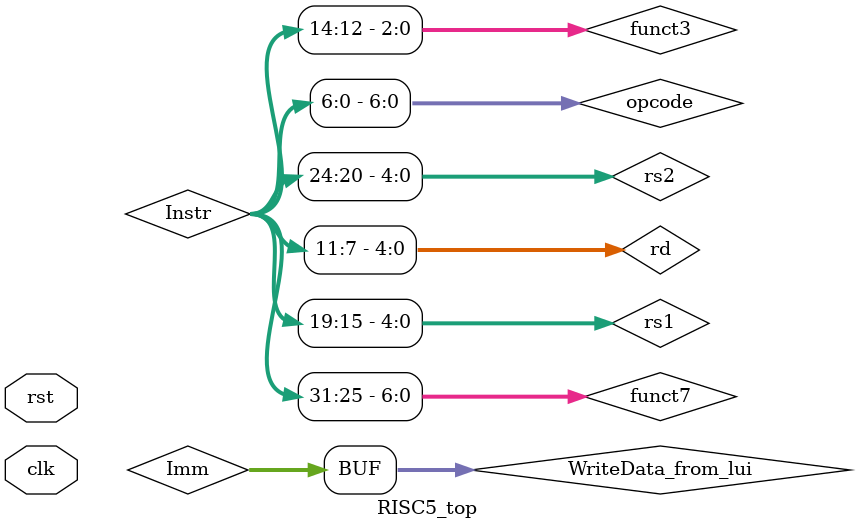
<source format=v>
`timescale 1ns / 1ps


module RISC5_top(input clk, input rst);

  wire [31:0] PC, PC_plus4, PC_branch, PC_jalr_target, PC_jal_target, PC_next;
  wire [31:0] Instr;

  wire [6:0] opcode = Instr[6:0];
  wire [2:0] funct3 = Instr[14:12];
  wire [6:0] funct7 = Instr[31:25];
  wire [4:0] rs1 = Instr[19:15], rs2 = Instr[24:20], rd = Instr[11:7];

  wire Branch, MemRead, MemtoReg, MemWrite, ALUSrc, RegWrite;
  wire Jal, Jalr, Lui, Auipc;
  wire [1:0] ALUOp;
  wire [3:0] ALUControl;
  wire Zero;

  wire [31:0] RD1, RD2, Imm;
  wire [31:0] ALU_in2, ALU_out, ReadData, WriteData;

  pcAdder PCA(PC, PC_plus4);

  assign PC_branch = PC + Imm;
  assign PC_jal_target = PC + Imm;
  assign PC_jalr_target = (RD1 + Imm) & 32'hfffffffe;

  wire slt_result = ALU_out[0]; 

  wire takeBranch = (Branch && (
                      (funct3 == 3'b000 &&  Zero) ||     // BEQ
                      (funct3 == 3'b001 && !Zero) ||     // BNE
                      (funct3 == 3'b100 &&  slt_result) || // BLT
                      (funct3 == 3'b101 && !slt_result) || // BGE
                      (funct3 == 3'b110 &&  slt_result) || // BLTU (using ALU[0] for comparison result)
                      (funct3 == 3'b111 && !slt_result)    // BGEU
                    ));

  assign PC_next = Jalr        ? PC_jalr_target :
                   Jal         ? PC_jal_target  :
                   takeBranch  ? PC_branch      :
                                 PC_plus4;

  programCounter PC_reg(clk, rst, PC_next, PC);
  instructionMemory IM(PC, Instr);

  // Updated control unit with Lui and Auipc support
  controlUnit CU(opcode, Branch, MemRead, MemtoReg, ALUOp, MemWrite, ALUSrc, RegWrite, Jal, Jalr, Lui, Auipc);
  
  registerFile RF(clk, RegWrite, rs1, rs2, rd, WriteData, RD1, RD2);
  signExtend SE(Instr, opcode, Imm); 

  mux2to1 MUX_ALU(RD2, Imm, ALUSrc, ALU_in2);
  aluControl ALUCTRL(ALUOp, funct3, funct7, ALUControl);
  alu ALU(RD1, ALU_in2, ALUControl, ALU_out, Zero);
  dataMemory DM(clk, MemWrite, MemRead, ALU_out, RD2, ReadData);

  // Data to write back to register (3-way mux)
  wire [31:0] WriteData_from_mem;
  wire [31:0] WriteData_from_jal = PC_plus4;
  wire [31:0] WriteData_from_lui = Imm;
  wire [31:0] WriteData_from_auipc = PC + Imm;

  wire write_jal = Jal | Jalr;
  wire write_lui = Lui;
  wire write_auipc = Auipc;

  // MUX1: ALU vs Mem
  mux2to1 MUX_MEM(ALU_out, ReadData, MemtoReg, WriteData_from_mem);

  // MUX2: result vs PC+4 for Jal
  assign WriteData = write_lui   ? WriteData_from_lui   :
                   write_auipc ? WriteData_from_auipc :
                   write_jal   ? WriteData_from_jal   :
                   MemtoReg    ? ReadData             :
                                  ALU_out;
//  initial begin
//    $monitor("T=%0t | PC=%h Instr=%h | Opcode = %b | funct3 = %b | funct7 = %b | Imm=%h | WriteData=%h", $time, PC, Instr, opcode, funct3, funct7, Imm, WriteData);
//  end
endmodule


</source>
